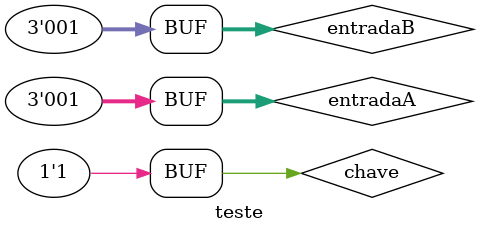
<source format=v>

module S1(output soma,output co,input ci, input a, input b);
	wire xora,anda,andb;
	xor X1(xora,ci,a);
	xor X2(soma,xora,b);
	and  A1(anda,xora,b);
	and  A2(andb,ci,a);
	or   O1(co,anda,andb);
endmodule

module somaSub(output[2:0] resultado, input[2:0] a, input[2:0] b, input chave);
	wire xor2,xor1,xor0;
	xor X2(xor2,chave,b[2]);
	xor X1(xor1,chave,b[1]);
	xor X0(xor0,chave,b[0]);
	wire co0,co1;
	S1 SA(resultado[0],co0,chave,a[0],xor0);
	S1 SB(resultado[1],co1,co0,a[1],xor1);
	S1 SC(resultado[2],c,co1,a[2],xor2);
endmodule

module teste;
	wire[2:0] saida;
	reg[2:0] entradaA, entradaB;
	reg chave;
	somaSub SS(saida,entradaA,entradaB,chave);
	initial begin
		$display("Chave(0)=Soma Chave(1)=Subtração");
		#1 entradaA=3'b000; entradaB=3'b000; chave=1'b0;
		#1 $monitor("A=%3b B=%3b C=%b S=%3b",entradaA,entradaB,chave,saida);
		#1 entradaA=3'b111; entradaB=3'b111; chave=1'b0;
		#1 entradaA=3'b011; entradaB=3'b001; chave=1'b0;
		#1 entradaA=3'b111; entradaB=3'b001; chave=1'b0;
		#1 entradaA=3'b111; entradaB=3'b111; chave=1'b1;
		#1 entradaA=3'b000; entradaB=3'b001; chave=1'b1;
		#1 entradaA=3'b011; entradaB=3'b001; chave=1'b1;
		#1 entradaA=3'b001; entradaB=3'b001; chave=1'b1;
	end
endmodule

</source>
